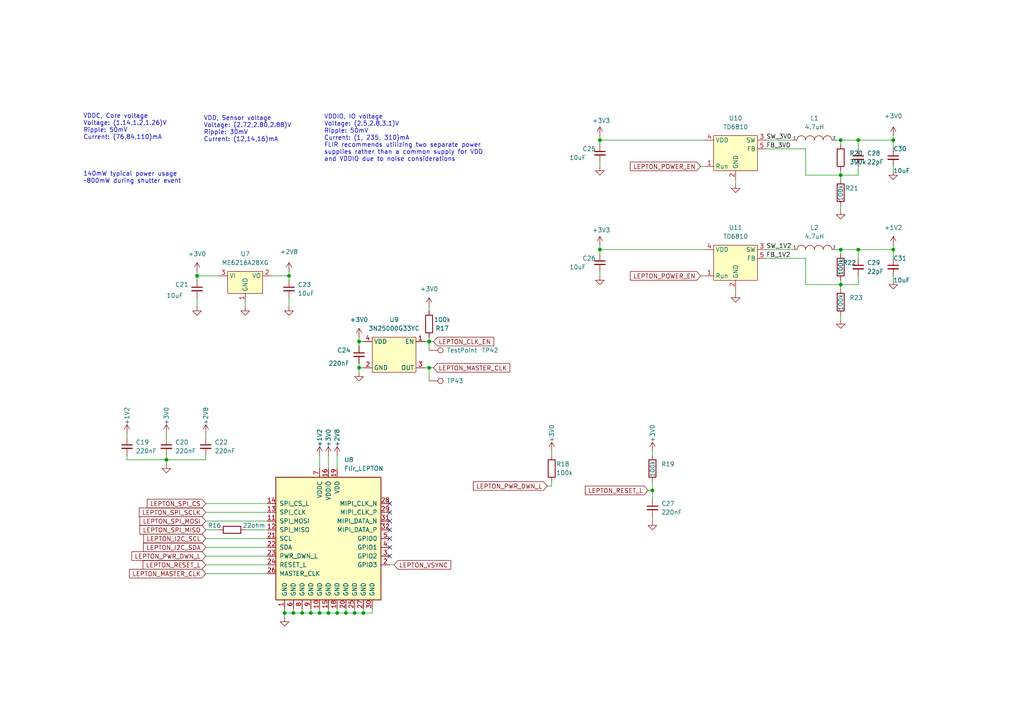
<source format=kicad_sch>
(kicad_sch (version 20230121) (generator eeschema)
  (paper "A4")
  (lib_symbols
    (symbol "Connector:TestPoint" (pin_numbers hide) (pin_names (offset 0.762) hide)
      (property "Reference" "TP" (at 0 6.858 0))
      (property "Value" "TestPoint" (at 0 5.08 0))
      (symbol "TestPoint_0_1"
        (circle (center 0 3.302) (radius 0.762))
      )
      (symbol "TestPoint_1_1"
        (pin passive line (at 0 0 90) (length 2.54) (name "1") (number "1"))
      )
    )
    (symbol "Device:C_Small" (pin_numbers hide) (pin_names (offset 0.254) hide)
      (property "Reference" "C" (at 0.254 1.778 0))
      (property "Value" "C_Small" (at 0.254 -2.032 0))
      (symbol "C_Small_0_1"
        (polyline (pts (xy -1.524 -0.508) (xy 1.524 -0.508)) (stroke (width 0.3302)))
        (polyline (pts (xy -1.524 0.508) (xy 1.524 0.508)) (stroke (width 0.3048)))
      )
      (symbol "C_Small_1_1"
        (pin passive line (at 0 2.54 270) (length 2.032) (name "~") (number "1"))
        (pin passive line (at 0 -2.54 90) (length 2.032) (name "~") (number "2"))
      )
    )
    (symbol "Device:R" (pin_numbers hide) (pin_names (offset 0))
      (property "Reference" "R" (at 2.032 0 90))
      (property "Value" "R" (at 0 0 90))
      (symbol "R_0_1"
        (rectangle (start -1.016 -2.54) (end 1.016 2.54) (stroke (width 0.254)))
      )
      (symbol "R_1_1"
        (pin passive line (at 0 3.81 270) (length 1.27) (name "~") (number "1"))
        (pin passive line (at 0 -3.81 90) (length 1.27) (name "~") (number "2"))
      )
    )
    (symbol "Sensor_Optical:Flir_LEPTON" (pin_names (offset 1.016))
      (property "Reference" "U" (at -15.24 21.59 0))
      (property "Value" "Flir_LEPTON" (at -15.24 19.05 0))
      (symbol "Flir_LEPTON_0_1"
        (rectangle (start -15.24 17.78) (end 15.24 -17.78) (stroke (width 0.254)) (fill (type background)))
      )
      (symbol "Flir_LEPTON_1_1"
        (pin power_in line (at -12.7 -20.32 90) (length 2.54) (name "GND") (number "1"))
        (pin power_in line (at -2.54 -20.32 90) (length 2.54) (name "GND") (number "10"))
        (pin input line (at -17.78 5.08 0) (length 2.54) (name "SPI_MOSI") (number "11"))
        (pin output line (at -17.78 2.54 0) (length 2.54) (name "SPI_MISO") (number "12"))
        (pin input line (at -17.78 7.62 0) (length 2.54) (name "SPI_CLK") (number "13"))
        (pin input line (at -17.78 10.16 0) (length 2.54) (name "SPI_CS_L") (number "14"))
        (pin power_in line (at 0 -20.32 90) (length 2.54) (name "GND") (number "15"))
        (pin power_in line (at 0 20.32 270) (length 2.54) (name "VDDIO") (number "16"))
        (pin no_connect line (at 17.78 -10.16 180) (length 2.54) hide (name "NC") (number "17"))
        (pin power_in line (at 2.54 -20.32 90) (length 2.54) (name "GND") (number "18"))
        (pin power_in line (at 2.54 20.32 270) (length 2.54) (name "VDD") (number "19"))
        (pin bidirectional line (at 17.78 -7.62 180) (length 2.54) (name "GPIO3") (number "2"))
        (pin power_in line (at 5.08 -20.32 90) (length 2.54) (name "GND") (number "20"))
        (pin input line (at -17.78 0 0) (length 2.54) (name "SCL") (number "21"))
        (pin bidirectional line (at -17.78 -2.54 0) (length 2.54) (name "SDA") (number "22"))
        (pin input line (at -17.78 -5.08 0) (length 2.54) (name "PWR_DWN_L") (number "23"))
        (pin input line (at -17.78 -7.62 0) (length 2.54) (name "RESET_L") (number "24"))
        (pin power_in line (at 7.62 -20.32 90) (length 2.54) (name "GND") (number "25"))
        (pin input line (at -17.78 -10.16 0) (length 2.54) (name "MASTER_CLK") (number "26"))
        (pin power_in line (at 10.16 -20.32 90) (length 2.54) (name "GND") (number "27"))
        (pin output line (at 17.78 10.16 180) (length 2.54) (name "MIPI_CLK_N") (number "28"))
        (pin output line (at 17.78 7.62 180) (length 2.54) (name "MIPI_CLK_P") (number "29"))
        (pin bidirectional line (at 17.78 -5.08 180) (length 2.54) (name "GPIO2") (number "3"))
        (pin power_in line (at 12.7 -20.32 90) (length 2.54) (name "GND") (number "30"))
        (pin output line (at 17.78 5.08 180) (length 2.54) (name "MIPI_DATA_N") (number "31"))
        (pin output line (at 17.78 2.54 180) (length 2.54) (name "MIPI_DATA_P") (number "32"))
        (pin bidirectional line (at 17.78 -2.54 180) (length 2.54) (name "GPIO1") (number "4"))
        (pin bidirectional line (at 17.78 0 180) (length 2.54) (name "GPIO0") (number "5"))
        (pin power_in line (at -10.16 -20.32 90) (length 2.54) (name "GND") (number "6"))
        (pin power_in line (at -2.54 20.32 270) (length 2.54) (name "VDDC") (number "7"))
        (pin power_in line (at -7.62 -20.32 90) (length 2.54) (name "GND") (number "8"))
        (pin power_in line (at -5.08 -20.32 90) (length 2.54) (name "GND") (number "9"))
      )
    )
    (symbol "cacophony-symbols:3N25000G33YC"
      (property "Reference" "U" (at 0 0 0))
      (property "Value" "3N25000G33YC" (at 0 7.62 0))
      (symbol "3N25000G33YC_0_1"
        (rectangle (start -6.35 3.81) (end 6.35 -6.35) (fill (type background)))
      )
      (symbol "3N25000G33YC_1_1"
        (pin input line (at 8.89 2.54 180) (length 2.54) (name "EN") (number "1"))
        (pin power_in line (at -8.89 -5.08 0) (length 2.54) (name "GND") (number "2"))
        (pin output line (at 8.89 -5.08 180) (length 2.54) (name "OUT") (number "3"))
        (pin power_in line (at -8.89 2.54 0) (length 2.54) (name "VDD") (number "4"))
      )
    )
    (symbol "cacophony-symbols:ME6216A28XG"
      (property "Reference" "U" (at 0 6.35 0))
      (property "Value" "ME6216A28XG" (at 0 3.81 0))
      (symbol "ME6216A28XG_0_1"
        (rectangle (start -5.08 2.54) (end 5.08 -3.81) (fill (type background)))
      )
      (symbol "ME6216A28XG_1_1"
        (pin power_in line (at 0 -6.35 90) (length 2.54) (name "GND") (number "1"))
        (pin power_out line (at 7.62 1.27 180) (length 2.54) (name "VO") (number "2"))
        (pin power_in line (at -7.62 1.27 0) (length 2.54) (name "VI") (number "3"))
      )
    )
    (symbol "cacophony-symbols:Power Inductor" (pin_numbers hide) (pin_names (offset 0))
      (property "Reference" "L" (at 0 2.54 0))
      (property "Value" "Power Inductor" (at 0 -1.27 0))
      (symbol "Power Inductor_0_1"
        (arc (start -2.54 0) (mid -3.81 1.2645) (end -5.08 0))
        (arc (start 0 0) (mid -1.27 1.2645) (end -2.54 0))
        (arc (start 2.54 0) (mid 1.27 1.2645) (end 0 0))
        (arc (start 5.08 0) (mid 3.81 1.2645) (end 2.54 0))
      )
      (symbol "Power Inductor_1_1"
        (pin power_in line (at -6.35 0 0) (length 1.27) (name "1") (number "1"))
        (pin power_out line (at 6.35 0 180) (length 1.27) (name "2") (number "2"))
      )
    )
    (symbol "cacophony-symbols:TD6810"
      (property "Reference" "U" (at 0 5.08 0))
      (property "Value" "TD6810" (at 0 -2.54 0))
      (symbol "TD6810_0_1"
        (rectangle (start -6.35 1.27) (end 6.35 -8.89) (fill (type background)))
      )
      (symbol "TD6810_1_1"
        (pin input line (at -8.89 -7.62 0) (length 2.54) (name "Run") (number "1"))
        (pin power_in line (at 0 -11.43 90) (length 2.54) (name "GND") (number "2"))
        (pin power_out line (at 8.89 0 180) (length 2.54) (name "SW") (number "3"))
        (pin power_in line (at -8.89 0 0) (length 2.54) (name "VDD") (number "4"))
        (pin input line (at 8.89 -2.54 180) (length 2.54) (name "FB") (number "5"))
      )
    )
    (symbol "power:+1V2" (power) (pin_names (offset 0))
      (property "Value" "+1V2" (at 0 3.556 0))
      (symbol "+1V2_0_1"
        (polyline (pts (xy -0.762 1.27) (xy 0 2.54)))
        (polyline (pts (xy 0 0) (xy 0 2.54)))
        (polyline (pts (xy 0 2.54) (xy 0.762 1.27)))
      )
      (symbol "+1V2_1_1"
        (pin power_in line (at 0 0 90) (length 0) hide (name "+1V2") (number "1"))
      )
    )
    (symbol "power:+2V8" (power) (pin_names (offset 0))
      (property "Value" "+2V8" (at 0 3.556 0))
      (symbol "+2V8_0_1"
        (polyline (pts (xy -0.762 1.27) (xy 0 2.54)))
        (polyline (pts (xy 0 0) (xy 0 2.54)))
        (polyline (pts (xy 0 2.54) (xy 0.762 1.27)))
      )
      (symbol "+2V8_1_1"
        (pin power_in line (at 0 0 90) (length 0) hide (name "+2V8") (number "1"))
      )
    )
    (symbol "power:+3V0" (power) (pin_names (offset 0))
      (property "Value" "+3V0" (at 0 3.556 0))
      (symbol "+3V0_0_1"
        (polyline (pts (xy -0.762 1.27) (xy 0 2.54)))
        (polyline (pts (xy 0 0) (xy 0 2.54)))
        (polyline (pts (xy 0 2.54) (xy 0.762 1.27)))
      )
      (symbol "+3V0_1_1"
        (pin power_in line (at 0 0 90) (length 0) hide (name "+3V0") (number "1"))
      )
    )
    (symbol "power:+3V3" (power) (pin_names (offset 0))
      (property "Value" "+3V3" (at 0 3.556 0))
      (symbol "+3V3_0_1"
        (polyline (pts (xy -0.762 1.27) (xy 0 2.54)))
        (polyline (pts (xy 0 0) (xy 0 2.54)))
        (polyline (pts (xy 0 2.54) (xy 0.762 1.27)))
      )
      (symbol "+3V3_1_1"
        (pin power_in line (at 0 0 90) (length 0) hide (name "+3V3") (number "1"))
      )
    )
    (symbol "power:GND" (power) (pin_names (offset 0))
      (property "Value" "GND" (at 0 -3.81 0))
      (symbol "GND_0_1"
        (polyline (pts (xy 0 0) (xy 0 -1.27) (xy 1.27 -1.27) (xy 0 -2.54) (xy -1.27 -1.27) (xy 0 -1.27)))
      )
      (symbol "GND_1_1"
        (pin power_in line (at 0 0 270) (length 0) hide (name "GND") (number "1"))
      )
    )
  )
  (junction (at 95.25 177.8))
  (junction (at 90.17 177.8))
  (junction (at 97.79 177.8))
  (junction (at 243.84 40.64))
  (junction (at 173.99 40.64))
  (junction (at 124.46 99.06))
  (junction (at 104.14 106.68))
  (junction (at 105.41 177.8))
  (junction (at 57.15 80.01))
  (junction (at 102.87 177.8))
  (junction (at 87.63 177.8))
  (junction (at 48.26 133.35))
  (junction (at 124.46 106.68))
  (junction (at 85.09 177.8))
  (junction (at 104.14 99.06))
  (junction (at 259.08 40.64))
  (junction (at 189.23 142.24))
  (junction (at 243.84 50.8))
  (junction (at 92.71 177.8))
  (junction (at 248.92 72.39))
  (junction (at 173.99 72.39))
  (junction (at 243.84 72.39))
  (junction (at 83.82 80.01))
  (junction (at 100.33 177.8))
  (junction (at 82.55 177.8))
  (junction (at 259.08 72.39))
  (junction (at 243.84 82.55))
  (junction (at 248.92 40.64))
  (no_connect (at 113.03 146.05))
  (no_connect (at 113.03 148.59))
  (no_connect (at 113.03 151.13))
  (no_connect (at 113.03 153.67))
  (no_connect (at 113.03 156.21))
  (no_connect (at 113.03 161.29))
  (no_connect (at 113.03 158.75))
  (wire (pts (xy 100.33 177.8) (xy 102.87 177.8)))
  (wire (pts (xy 57.15 78.74) (xy 57.15 80.01)))
  (wire (pts (xy 187.96 142.24) (xy 189.23 142.24)))
  (wire (pts (xy 105.41 177.8) (xy 105.41 176.53)))
  (wire (pts (xy 259.08 71.12) (xy 259.08 72.39)))
  (wire (pts (xy 104.14 97.79) (xy 104.14 99.06)))
  (wire (pts (xy 59.69 146.05) (xy 77.47 146.05)))
  (wire (pts (xy 259.08 48.26) (xy 259.08 49.53)))
  (wire (pts (xy 173.99 40.64) (xy 204.47 40.64)))
  (wire (pts (xy 233.68 82.55) (xy 233.68 74.93)))
  (wire (pts (xy 160.02 130.81) (xy 160.02 132.08)))
  (wire (pts (xy 48.26 132.08) (xy 48.26 133.35)))
  (wire (pts (xy 113.03 163.83) (xy 114.3 163.83)))
  (wire (pts (xy 243.84 50.8) (xy 243.84 52.07)))
  (wire (pts (xy 36.83 132.08) (xy 36.83 133.35)))
  (wire (pts (xy 248.92 48.26) (xy 248.92 50.8)))
  (wire (pts (xy 36.83 133.35) (xy 48.26 133.35)))
  (wire (pts (xy 243.84 82.55) (xy 233.68 82.55)))
  (wire (pts (xy 102.87 177.8) (xy 102.87 176.53)))
  (wire (pts (xy 82.55 177.8) (xy 82.55 176.53)))
  (wire (pts (xy 248.92 50.8) (xy 243.84 50.8)))
  (wire (pts (xy 189.23 149.86) (xy 189.23 151.13)))
  (wire (pts (xy 82.55 177.8) (xy 85.09 177.8)))
  (wire (pts (xy 83.82 80.01) (xy 83.82 78.74)))
  (wire (pts (xy 248.92 72.39) (xy 248.92 74.93)))
  (wire (pts (xy 95.25 177.8) (xy 95.25 176.53)))
  (wire (pts (xy 90.17 177.8) (xy 92.71 177.8)))
  (wire (pts (xy 59.69 148.59) (xy 77.47 148.59)))
  (wire (pts (xy 57.15 86.36) (xy 57.15 88.9)))
  (wire (pts (xy 59.69 158.75) (xy 77.47 158.75)))
  (wire (pts (xy 85.09 177.8) (xy 87.63 177.8)))
  (wire (pts (xy 48.26 133.35) (xy 48.26 134.62)))
  (wire (pts (xy 243.84 72.39) (xy 243.84 73.66)))
  (wire (pts (xy 48.26 133.35) (xy 59.69 133.35)))
  (wire (pts (xy 59.69 151.13) (xy 77.47 151.13)))
  (wire (pts (xy 242.57 72.39) (xy 243.84 72.39)))
  (wire (pts (xy 173.99 39.37) (xy 173.99 40.64)))
  (wire (pts (xy 59.69 163.83) (xy 77.47 163.83)))
  (wire (pts (xy 243.84 72.39) (xy 248.92 72.39)))
  (wire (pts (xy 259.08 40.64) (xy 259.08 43.18)))
  (wire (pts (xy 78.74 80.01) (xy 83.82 80.01)))
  (wire (pts (xy 95.25 132.08) (xy 95.25 135.89)))
  (wire (pts (xy 233.68 74.93) (xy 222.25 74.93)))
  (wire (pts (xy 83.82 80.01) (xy 83.82 81.28)))
  (wire (pts (xy 57.15 80.01) (xy 63.5 80.01)))
  (wire (pts (xy 107.95 177.8) (xy 107.95 176.53)))
  (wire (pts (xy 123.19 106.68) (xy 124.46 106.68)))
  (wire (pts (xy 248.92 40.64) (xy 259.08 40.64)))
  (wire (pts (xy 189.23 142.24) (xy 189.23 144.78)))
  (wire (pts (xy 242.57 40.64) (xy 243.84 40.64)))
  (wire (pts (xy 203.2 48.26) (xy 204.47 48.26)))
  (wire (pts (xy 48.26 125.73) (xy 48.26 127)))
  (wire (pts (xy 90.17 177.8) (xy 90.17 176.53)))
  (wire (pts (xy 100.33 177.8) (xy 100.33 176.53)))
  (wire (pts (xy 124.46 97.79) (xy 124.46 99.06)))
  (wire (pts (xy 173.99 78.74) (xy 173.99 80.01)))
  (wire (pts (xy 243.84 40.64) (xy 248.92 40.64)))
  (wire (pts (xy 92.71 177.8) (xy 95.25 177.8)))
  (wire (pts (xy 189.23 139.7) (xy 189.23 142.24)))
  (wire (pts (xy 248.92 40.64) (xy 248.92 43.18)))
  (wire (pts (xy 189.23 130.81) (xy 189.23 132.08)))
  (wire (pts (xy 173.99 72.39) (xy 204.47 72.39)))
  (wire (pts (xy 124.46 99.06) (xy 125.73 99.06)))
  (wire (pts (xy 97.79 177.8) (xy 100.33 177.8)))
  (wire (pts (xy 213.36 83.82) (xy 213.36 85.09)))
  (wire (pts (xy 97.79 132.08) (xy 97.79 135.89)))
  (wire (pts (xy 160.02 140.97) (xy 158.75 140.97)))
  (wire (pts (xy 222.25 40.64) (xy 229.87 40.64)))
  (wire (pts (xy 59.69 153.67) (xy 63.5 153.67)))
  (wire (pts (xy 57.15 81.28) (xy 57.15 80.01)))
  (wire (pts (xy 203.2 80.01) (xy 204.47 80.01)))
  (wire (pts (xy 243.84 59.69) (xy 243.84 60.96)))
  (wire (pts (xy 59.69 125.73) (xy 59.69 127)))
  (wire (pts (xy 95.25 177.8) (xy 97.79 177.8)))
  (wire (pts (xy 92.71 177.8) (xy 92.71 176.53)))
  (wire (pts (xy 82.55 177.8) (xy 82.55 179.07)))
  (wire (pts (xy 173.99 72.39) (xy 173.99 73.66)))
  (wire (pts (xy 160.02 139.7) (xy 160.02 140.97)))
  (wire (pts (xy 233.68 50.8) (xy 233.68 43.18)))
  (wire (pts (xy 259.08 72.39) (xy 259.08 74.93)))
  (wire (pts (xy 104.14 106.68) (xy 105.41 106.68)))
  (wire (pts (xy 248.92 80.01) (xy 248.92 82.55)))
  (wire (pts (xy 248.92 82.55) (xy 243.84 82.55)))
  (wire (pts (xy 124.46 99.06) (xy 124.46 101.6)))
  (wire (pts (xy 243.84 40.64) (xy 243.84 41.91)))
  (wire (pts (xy 83.82 86.36) (xy 83.82 88.9)))
  (wire (pts (xy 259.08 80.01) (xy 259.08 81.28)))
  (wire (pts (xy 36.83 125.73) (xy 36.83 127)))
  (wire (pts (xy 243.84 82.55) (xy 243.84 83.82)))
  (wire (pts (xy 248.92 72.39) (xy 259.08 72.39)))
  (wire (pts (xy 104.14 105.41) (xy 104.14 106.68)))
  (wire (pts (xy 105.41 177.8) (xy 107.95 177.8)))
  (wire (pts (xy 213.36 52.07) (xy 213.36 53.34)))
  (wire (pts (xy 124.46 88.9) (xy 124.46 90.17)))
  (wire (pts (xy 97.79 177.8) (xy 97.79 176.53)))
  (wire (pts (xy 59.69 161.29) (xy 77.47 161.29)))
  (wire (pts (xy 233.68 43.18) (xy 222.25 43.18)))
  (wire (pts (xy 243.84 50.8) (xy 233.68 50.8)))
  (wire (pts (xy 124.46 106.68) (xy 125.73 106.68)))
  (wire (pts (xy 71.12 87.63) (xy 71.12 88.9)))
  (wire (pts (xy 173.99 40.64) (xy 173.99 41.91)))
  (wire (pts (xy 173.99 71.12) (xy 173.99 72.39)))
  (wire (pts (xy 87.63 177.8) (xy 87.63 176.53)))
  (wire (pts (xy 92.71 132.08) (xy 92.71 135.89)))
  (wire (pts (xy 59.69 156.21) (xy 77.47 156.21)))
  (wire (pts (xy 59.69 166.37) (xy 77.47 166.37)))
  (wire (pts (xy 243.84 49.53) (xy 243.84 50.8)))
  (wire (pts (xy 59.69 133.35) (xy 59.69 132.08)))
  (wire (pts (xy 259.08 39.37) (xy 259.08 40.64)))
  (wire (pts (xy 243.84 81.28) (xy 243.84 82.55)))
  (wire (pts (xy 173.99 46.99) (xy 173.99 48.26)))
  (wire (pts (xy 102.87 177.8) (xy 105.41 177.8)))
  (wire (pts (xy 123.19 99.06) (xy 124.46 99.06)))
  (wire (pts (xy 87.63 177.8) (xy 90.17 177.8)))
  (wire (pts (xy 222.25 72.39) (xy 229.87 72.39)))
  (wire (pts (xy 71.12 153.67) (xy 77.47 153.67)))
  (wire (pts (xy 243.84 91.44) (xy 243.84 92.71)))
  (wire (pts (xy 85.09 177.8) (xy 85.09 176.53)))
  (wire (pts (xy 104.14 99.06) (xy 105.41 99.06)))
  (wire (pts (xy 104.14 106.68) (xy 104.14 107.95)))
  (wire (pts (xy 124.46 106.68) (xy 124.46 110.49)))
  (wire (pts (xy 104.14 99.06) (xy 104.14 100.33)))
  (text "140mW typical power usage\n~800mW during shutter event" (at 24.13 53.34 0) (effects (font (size 1.27 1.27)) (justify left bottom)))
  (text "VDDC, Core voltage\nVoltage: (1.14,1.2,1.26)V\nRipple: 50mV\nCurrent: (76,84,110)mA" (at 24.13 40.64 0) (effects (font (size 1.27 1.27)) (justify left bottom)))
  (text "VDD, Sensor voltage\nVoltage: (2.72,2.80,2.88)V\nRipple: 30mV\nCurrent: (12,14,16)mA\n" (at 59.055 41.275 0) (effects (font (size 1.27 1.27)) (justify left bottom)))
  (text "VDDIO, IO voltage\nVoltage: (2.5,2.8,3.1)V\nRipple: 50mV\nCurrent: (1, 235, 310)mA\nFLIR recommends utilizing two separate power \nsupplies rather than a common supply for VDD \nand VDDIO due to noise considerations\n" (at 93.98 46.99 0) (effects (font (size 1.27 1.27)) (justify left bottom)))
  (label "FB_3V0" (at 222.25 43.18 0))
  (label "SW_1V2" (at 222.25 72.39 0))
  (label "FB_1V2" (at 222.25 74.93 0))
  (label "SW_3V0" (at 222.25 40.64 0))
  (global_label "LEPTON_PWR_DWN_L" (shape input) (at 158.75 140.97 180) (property "Intersheetrefs" "${INTERSHEET_REFS}" (effects hide)))
  (global_label "LEPTON_CLK_EN" (shape input) (at 125.73 99.06 0) (property "Intersheetrefs" "${INTERSHEET_REFS}" (effects hide)))
  (global_label "LEPTON_I2C_SDA" (shape input) (at 59.69 158.75 180) (property "Intersheetrefs" "${INTERSHEET_REFS}" (effects hide)))
  (global_label "LEPTON_SPI_MOSI" (shape input) (at 59.69 151.13 180) (property "Intersheetrefs" "${INTERSHEET_REFS}" (effects hide)))
  (global_label "LEPTON_I2C_SCL" (shape input) (at 59.69 156.21 180) (property "Intersheetrefs" "${INTERSHEET_REFS}" (effects hide)))
  (global_label "LEPTON_PWR_DWN_L" (shape input) (at 59.69 161.29 180) (property "Intersheetrefs" "${INTERSHEET_REFS}" (effects hide)))
  (global_label "LEPTON_MASTER_CLK" (shape input) (at 125.73 106.68 0) (property "Intersheetrefs" "${INTERSHEET_REFS}" (effects hide)))
  (global_label "LEPTON_RESET_L" (shape input) (at 59.69 163.83 180) (property "Intersheetrefs" "${INTERSHEET_REFS}" (effects hide)))
  (global_label "LEPTON_SPI_MISO" (shape input) (at 59.69 153.67 180) (property "Intersheetrefs" "${INTERSHEET_REFS}" (effects hide)))
  (global_label "LEPTON_RESET_L" (shape input) (at 187.96 142.24 180) (property "Intersheetrefs" "${INTERSHEET_REFS}" (effects hide)))
  (global_label "LEPTON_SPI_SCLK" (shape input) (at 59.69 148.59 180) (property "Intersheetrefs" "${INTERSHEET_REFS}" (effects hide)))
  (global_label "LEPTON_SPI_CS" (shape input) (at 59.69 146.05 180) (property "Intersheetrefs" "${INTERSHEET_REFS}" (effects hide)))
  (global_label "LEPTON_POWER_EN" (shape input) (at 203.2 80.01 180) (property "Intersheetrefs" "${INTERSHEET_REFS}" (effects hide)))
  (global_label "LEPTON_MASTER_CLK" (shape input) (at 59.69 166.37 180) (property "Intersheetrefs" "${INTERSHEET_REFS}" (effects hide)))
  (global_label "LEPTON_VSYNC" (shape input) (at 114.3 163.83 0) (property "Intersheetrefs" "${INTERSHEET_REFS}" (effects hide)))
  (global_label "LEPTON_POWER_EN" (shape input) (at 203.2 48.26 180) (property "Intersheetrefs" "${INTERSHEET_REFS}" (effects hide)))
  (symbol (lib_id "Device:R") (at 160.02 135.89 0) (unit 1)
    (property "Reference" "R18" (at 161.29 134.62 0) (effects (justify left)))
    (property "Value" "100k" (at 161.29 137.16 0) (effects (justify left)))
    (property "Footprint" "Resistor_SMD:R_0402_1005Metric" (effects hide))
    (property "LCSC" "C25741" (effects hide))
  )
  (symbol (lib_id "power:+3V3") (at 173.99 71.12 0) (unit 1)
    (property "Reference" "#PWR060" (effects hide))
    (property "Value" "+3V3" (at 174.371 66.7258 0))
  )
  (symbol (lib_id "power:GND") (at 243.84 92.71 0) (unit 1)
    (property "Reference" "#PWR067" (effects hide))
    (property "Value" "GND" (effects hide))
  )
  (symbol (lib_id "power:+3V3") (at 173.99 39.37 0) (unit 1)
    (property "Reference" "#PWR058" (effects hide))
    (property "Value" "+3V3" (at 174.371 34.9758 0))
  )
  (symbol (lib_id "power:+2V8") (at 97.79 132.08 0) (unit 1)
    (property "Reference" "#PWR053" (effects hide))
    (property "Value" "+2V8" (at 97.79 127 90))
  )
  (symbol (lib_id "power:+2V8") (at 59.69 125.73 0) (unit 1)
    (property "Reference" "#PWR046" (effects hide))
    (property "Value" "+2V8" (at 59.69 120.65 90))
  )
  (symbol (lib_id "Device:C_Small") (at 57.15 83.82 0) (unit 1)
    (property "Reference" "C21" (at 50.8 82.55 0) (effects (justify left)))
    (property "Value" "10uF" (at 48.26 85.725 0) (effects (justify left)))
    (property "Footprint" "Capacitor_SMD:C_0603_1608Metric" (effects hide))
    (property "LCSC" "C19702" (effects hide))
  )
  (symbol (lib_id "power:GND") (at 259.08 81.28 0) (unit 1)
    (property "Reference" "#PWR071" (effects hide))
    (property "Value" "GND" (effects hide))
  )
  (symbol (lib_id "power:+3V0") (at 48.26 125.73 0) (unit 1)
    (property "Reference" "#PWR042" (effects hide))
    (property "Value" "+3V0" (at 48.26 120.65 90))
  )
  (symbol (lib_id "power:+3V0") (at 104.14 97.79 0) (unit 1)
    (property "Reference" "#PWR054" (effects hide))
    (property "Value" "+3V0" (at 104.14 92.71 0))
  )
  (symbol (lib_id "Device:C_Small") (at 259.08 77.47 0) (unit 1)
    (property "Reference" "C31" (at 259.08 74.93 0) (effects (justify left)))
    (property "Value" "10uF" (at 259.08 81.28 0) (effects (justify left)))
    (property "Footprint" "Capacitor_SMD:C_0603_1608Metric" (effects hide))
    (property "LCSC" "C19702" (effects hide))
  )
  (symbol (lib_id "power:+3V0") (at 57.15 78.74 0) (unit 1)
    (property "Reference" "#PWR044" (effects hide))
    (property "Value" "+3V0" (at 57.15 73.66 0))
  )
  (symbol (lib_id "Device:C_Small") (at 48.26 129.54 0) (unit 1)
    (property "Reference" "C20" (at 50.8 128.2762 0) (effects (justify left)))
    (property "Value" "220nF" (at 50.8 130.8162 0) (effects (justify left)))
    (property "Footprint" "Capacitor_SMD:C_0402_1005Metric" (effects hide))
    (property "LCSC" "C16772" (effects hide))
  )
  (symbol (lib_id "Connector:TestPoint") (at 124.46 110.49 270) (unit 1) (in_bom no)
    (property "Reference" "TP43" (at 129.54 110.49 90) (effects (justify left)))
    (property "Value" "TestPoint" (effects hide))
    (property "Footprint" "cacophony-library:TP" (effects hide))
  )
  (symbol (lib_id "power:+1V2") (at 92.71 132.08 0) (unit 1)
    (property "Reference" "#PWR051" (effects hide))
    (property "Value" "+1V2" (at 92.71 127 90))
  )
  (symbol (lib_id "power:GND") (at 82.55 179.07 0) (unit 1)
    (property "Reference" "#PWR048" (effects hide))
    (property "Value" "GND" (effects hide))
  )
  (symbol (lib_id "Device:C_Small") (at 173.99 44.45 0) (unit 1)
    (property "Reference" "C25" (at 168.91 43.18 0) (effects (justify left)))
    (property "Value" "10uF" (at 165.1 45.72 0) (effects (justify left)))
    (property "Footprint" "Capacitor_SMD:C_0603_1608Metric" (effects hide))
    (property "LCSC" "C19702" (effects hide))
  )
  (symbol (lib_id "power:GND") (at 57.15 88.9 0) (unit 1)
    (property "Reference" "#PWR045" (effects hide))
    (property "Value" "GND" (effects hide))
  )
  (symbol (lib_id "power:+3V0") (at 259.08 39.37 0) (unit 1)
    (property "Reference" "#PWR068" (effects hide))
    (property "Value" "+3V0" (at 259.08 33.655 0))
  )
  (symbol (lib_id "Device:C_Small") (at 104.14 102.87 0) (unit 1)
    (property "Reference" "C24" (at 97.79 101.6 0) (effects (justify left)))
    (property "Value" "220nF" (at 95.25 105.41 0) (effects (justify left)))
    (property "Footprint" "Capacitor_SMD:C_0402_1005Metric" (effects hide))
    (property "LCSC" "C16772" (effects hide))
  )
  (symbol (lib_id "power:GND") (at 71.12 88.9 0) (unit 1)
    (property "Reference" "#PWR047" (effects hide))
    (property "Value" "GND" (effects hide))
  )
  (symbol (lib_id "power:GND") (at 189.23 151.13 0) (unit 1)
    (property "Reference" "#PWR063" (effects hide))
    (property "Value" "GND" (effects hide))
  )
  (symbol (lib_id "power:GND") (at 243.84 60.96 0) (unit 1)
    (property "Reference" "#PWR066" (effects hide))
    (property "Value" "GND" (effects hide))
  )
  (symbol (lib_id "Device:R") (at 243.84 77.47 180) (unit 1)
    (property "Reference" "R22" (at 246.38 76.2 0))
    (property "Value" "100k" (at 243.84 77.47 90))
    (property "Footprint" "Resistor_SMD:R_0402_1005Metric" (effects hide))
    (property "LCSC" "C25741" (effects hide))
  )
  (symbol (lib_id "power:GND") (at 213.36 53.34 0) (unit 1)
    (property "Reference" "#PWR064" (effects hide))
    (property "Value" "GND" (effects hide))
  )
  (symbol (lib_id "Device:C_Small") (at 83.82 83.82 0) (unit 1)
    (property "Reference" "C23" (at 86.36 82.5562 0) (effects (justify left)))
    (property "Value" "10uF" (at 86.36 85.0962 0) (effects (justify left)))
    (property "Footprint" "Capacitor_SMD:C_0603_1608Metric" (effects hide))
    (property "LCSC" "C19702" (effects hide))
  )
  (symbol (lib_id "Device:R") (at 189.23 135.89 0) (unit 1)
    (property "Reference" "R19" (at 191.77 134.6199 0) (effects (justify left)))
    (property "Value" "100k" (at 189.23 138.43 90) (effects (justify left)))
    (property "Footprint" "Resistor_SMD:R_0402_1005Metric" (effects hide))
    (property "LCSC" "C25741" (effects hide))
  )
  (symbol (lib_id "power:+1V2") (at 259.08 71.12 0) (unit 1)
    (property "Reference" "#PWR070" (effects hide))
    (property "Value" "+1V2" (at 259.08 66.04 0))
  )
  (symbol (lib_id "cacophony-symbols:3N25000G33YC") (at 114.3 101.6 0) (unit 1)
    (property "Reference" "U9" (at 114.3 92.71 0))
    (property "Value" "3N25000G33YC" (at 114.3 95.25 0))
    (property "Footprint" "Oscillator:Oscillator_SMD_Abracon_ASE-4Pin_3.2x2.5mm" (effects hide))
    (property "Datasheet" "https://datasheet.lcsc.com/lcsc/1810271633_SJK-SHENZHEN-CRYSTAL-TECH-3N25000G33YC_C252341.pdf" (effects hide))
    (property "LCSC" "C252341" (effects hide))
    (property "JLCPCB" "C252341" (effects hide))
  )
  (symbol (lib_id "Device:R") (at 243.84 55.88 0) (unit 1)
    (property "Reference" "R21" (at 245.11 54.61 0) (effects (justify left)))
    (property "Value" "100k" (at 243.84 58.42 90) (effects (justify left)))
    (property "Footprint" "Resistor_SMD:R_0402_1005Metric" (effects hide))
    (property "LCSC" "C25741" (effects hide))
  )
  (symbol (lib_id "power:GND") (at 259.08 49.53 0) (unit 1)
    (property "Reference" "#PWR069" (effects hide))
    (property "Value" "GND" (effects hide))
  )
  (symbol (lib_id "cacophony-symbols:Power Inductor") (at 236.22 40.64 0) (unit 1)
    (property "Reference" "L1" (at 236.22 34.29 0))
    (property "Value" "4.7uH" (at 236.22 36.83 0))
    (property "Footprint" "cacophony-library:IND-SMD_L4.0-W4.0_SWPA4018S" (effects hide))
    (property "LCSC" "C354574" (effects hide))
  )
  (symbol (lib_id "power:GND") (at 104.14 107.95 0) (unit 1)
    (property "Reference" "#PWR055" (effects hide))
    (property "Value" "GND" (effects hide))
  )
  (symbol (lib_id "Device:C_Small") (at 259.08 45.72 0) (unit 1)
    (property "Reference" "C30" (at 259.08 43.18 0) (effects (justify left)))
    (property "Value" "10uF" (at 259.08 49.53 0) (effects (justify left)))
    (property "Footprint" "Capacitor_SMD:C_0603_1608Metric" (effects hide))
    (property "LCSC" "C19702" (effects hide))
  )
  (symbol (lib_id "Device:C_Small") (at 59.69 129.54 0) (unit 1)
    (property "Reference" "C22" (at 62.23 128.2762 0) (effects (justify left)))
    (property "Value" "220nF" (at 62.23 130.8162 0) (effects (justify left)))
    (property "Footprint" "Capacitor_SMD:C_0402_1005Metric" (effects hide))
    (property "LCSC" "C16772" (effects hide))
  )
  (symbol (lib_id "cacophony-symbols:TD6810") (at 213.36 40.64 0) (unit 1)
    (property "Reference" "U10" (at 213.36 34.29 0))
    (property "Value" "TD6810" (at 213.36 36.83 0))
    (property "Footprint" "Package_TO_SOT_SMD:TSOT-23-5" (effects hide))
    (property "Datasheet" "https://datasheet.lcsc.com/lcsc/1810182213_Techcode-Semicon-TD6810_C16510.pdf" (effects hide))
    (property "LCSC" "C16510" (effects hide))
    (property "JLCPCB" "C16510" (effects hide))
  )
  (symbol (lib_id "Device:R") (at 67.31 153.67 90) (unit 1)
    (property "Reference" "R16" (at 62.23 152.4 90))
    (property "Value" "22ohm" (at 73.66 152.4 90))
    (property "Footprint" "Resistor_SMD:R_0402_1005Metric" (effects hide))
    (property "LCSC" "C25092" (effects hide))
  )
  (symbol (lib_id "power:+3V0") (at 95.25 132.08 0) (unit 1)
    (property "Reference" "#PWR052" (effects hide))
    (property "Value" "+3V0" (at 95.25 127 90))
  )
  (symbol (lib_id "power:+3V0") (at 160.02 130.81 0) (unit 1)
    (property "Reference" "#PWR057" (effects hide))
    (property "Value" "+3V0" (at 160.02 125.73 90))
  )
  (symbol (lib_id "Device:C_Small") (at 248.92 45.72 0) (unit 1)
    (property "Reference" "C28" (at 251.46 44.4562 0) (effects (justify left)))
    (property "Value" "22pF" (at 251.46 46.9962 0) (effects (justify left)))
    (property "Footprint" "Capacitor_SMD:C_0402_1005Metric" (effects hide))
    (property "LCSC" "C1555" (effects hide))
  )
  (symbol (lib_id "power:+3V0") (at 189.23 130.81 0) (unit 1)
    (property "Reference" "#PWR062" (effects hide))
    (property "Value" "+3V0" (at 189.23 125.73 90))
  )
  (symbol (lib_id "Sensor_Optical:Flir_LEPTON") (at 95.25 156.21 0) (unit 1)
    (property "Reference" "U8" (at 99.8094 133.35 0) (effects (justify left)))
    (property "Value" "Flir_LEPTON" (at 99.8094 135.89 0) (effects (justify left)))
    (property "Footprint" "cacophony-footprints:MOLEX_105028-1001" (effects hide))
    (property "Datasheet" "https://cdn.sparkfun.com/datasheets/Sensors/Infrared/FLIR_Lepton_Data_Brief.pdf" (effects hide))
    (property "MPN" "1050281001" (effects hide))
    (property "LCSC" "C585422" (effects hide))
  )
  (symbol (lib_id "Device:R") (at 243.84 87.63 0) (unit 1)
    (property "Reference" "R23" (at 246.38 86.3599 0) (effects (justify left)))
    (property "Value" "100k" (at 243.84 90.17 90) (effects (justify left)))
    (property "Footprint" "Resistor_SMD:R_0402_1005Metric" (effects hide))
    (property "LCSC" "C25741" (effects hide))
  )
  (symbol (lib_id "power:+1V2") (at 36.83 125.73 0) (unit 1)
    (property "Reference" "#PWR041" (effects hide))
    (property "Value" "+1V2" (at 36.83 120.65 90))
  )
  (symbol (lib_id "power:GND") (at 173.99 48.26 0) (unit 1)
    (property "Reference" "#PWR059" (effects hide))
    (property "Value" "GND" (effects hide))
  )
  (symbol (lib_id "Device:C_Small") (at 189.23 147.32 0) (unit 1)
    (property "Reference" "C27" (at 191.77 146.0562 0) (effects (justify left)))
    (property "Value" "220nF" (at 191.77 148.5962 0) (effects (justify left)))
    (property "Footprint" "Capacitor_SMD:C_0402_1005Metric" (effects hide))
    (property "LCSC" "C16772" (effects hide))
  )
  (symbol (lib_id "cacophony-symbols:Power Inductor") (at 236.22 72.39 0) (unit 1)
    (property "Reference" "L2" (at 236.22 66.04 0))
    (property "Value" "4.7uH" (at 236.22 68.58 0))
    (property "Footprint" "cacophony-library:IND-SMD_L4.0-W4.0_SWPA4018S" (effects hide))
    (property "LCSC" "C354574" (effects hide))
  )
  (symbol (lib_id "power:GND") (at 213.36 85.09 0) (unit 1)
    (property "Reference" "#PWR065" (effects hide))
    (property "Value" "GND" (effects hide))
  )
  (symbol (lib_id "Connector:TestPoint") (at 124.46 101.6 270) (unit 1)
    (property "Reference" "TP42" (at 139.7 101.6 90) (effects (justify left)))
    (property "Value" "TestPoint" (at 129.54 101.6 90) (effects (justify left)))
    (property "Footprint" "cacophony-library:TP" (effects hide))
  )
  (symbol (lib_id "power:GND") (at 48.26 134.62 0) (unit 1)
    (property "Reference" "#PWR043" (effects hide))
    (property "Value" "GND" (effects hide))
  )
  (symbol (lib_id "power:+2V8") (at 83.82 78.74 0) (unit 1)
    (property "Reference" "#PWR049" (effects hide))
    (property "Value" "+2V8" (at 83.82 73.025 0))
  )
  (symbol (lib_id "Device:C_Small") (at 36.83 129.54 0) (unit 1)
    (property "Reference" "C19" (at 39.37 128.2762 0) (effects (justify left)))
    (property "Value" "220nF" (at 39.37 130.8162 0) (effects (justify left)))
    (property "Footprint" "Capacitor_SMD:C_0402_1005Metric" (effects hide))
    (property "LCSC" "C16772" (effects hide))
  )
  (symbol (lib_id "Device:C_Small") (at 248.92 77.47 0) (unit 1)
    (property "Reference" "C29" (at 251.46 76.2062 0) (effects (justify left)))
    (property "Value" "22pF" (at 251.46 78.7462 0) (effects (justify left)))
    (property "Footprint" "Capacitor_SMD:C_0402_1005Metric" (effects hide))
    (property "LCSC" "C1555" (effects hide))
  )
  (symbol (lib_id "Device:C_Small") (at 173.99 76.2 0) (unit 1)
    (property "Reference" "C26" (at 168.91 74.93 0) (effects (justify left)))
    (property "Value" "10uF" (at 165.1 77.47 0) (effects (justify left)))
    (property "Footprint" "Capacitor_SMD:C_0603_1608Metric" (effects hide))
    (property "LCSC" "C19702" (effects hide))
  )
  (symbol (lib_id "power:GND") (at 173.99 80.01 0) (unit 1)
    (property "Reference" "#PWR061" (effects hide))
    (property "Value" "GND" (effects hide))
  )
  (symbol (lib_id "power:+3V0") (at 124.46 88.9 0) (unit 1)
    (property "Reference" "#PWR056" (effects hide))
    (property "Value" "+3V0" (at 124.46 83.82 0))
  )
  (symbol (lib_id "cacophony-symbols:TD6810") (at 213.36 72.39 0) (unit 1)
    (property "Reference" "U11" (at 213.36 66.04 0))
    (property "Value" "TD6810" (at 213.36 68.58 0))
    (property "Footprint" "Package_TO_SOT_SMD:TSOT-23-5" (effects hide))
    (property "Datasheet" "https://datasheet.lcsc.com/lcsc/1810182213_Techcode-Semicon-TD6810_C16510.pdf" (effects hide))
    (property "LCSC" "C16510" (effects hide))
    (property "JLCPCB" "C16510" (effects hide))
  )
  (symbol (lib_id "Device:R") (at 243.84 45.72 0) (unit 1)
    (property "Reference" "R20" (at 246.38 44.4499 0) (effects (justify left)))
    (property "Value" "390k" (at 246.38 46.9899 0) (effects (justify left)))
    (property "Footprint" "Resistor_SMD:R_0402_1005Metric" (effects hide))
    (property "LCSC" "C2943536" (effects hide))
  )
  (symbol (lib_id "Device:R") (at 124.46 93.98 180) (unit 1)
    (property "Reference" "R17" (at 128.27 95.25 0))
    (property "Value" "100k" (at 128.27 92.71 0))
    (property "Footprint" "Resistor_SMD:R_0402_1005Metric" (effects hide))
    (property "MPN" "RC1005F103CS" (effects hide))
    (property "LCSC" "C25741" (effects hide))
  )
  (symbol (lib_id "power:GND") (at 83.82 88.9 0) (unit 1)
    (property "Reference" "#PWR050" (effects hide))
    (property "Value" "GND" (effects hide))
  )
  (symbol (lib_id "cacophony-symbols:ME6216A28XG") (at 71.12 81.28 0) (unit 1)
    (property "Reference" "U7" (at 71.12 73.66 0))
    (property "Value" "ME6216A28XG" (at 71.12 76.2 0))
    (property "Footprint" "Package_TO_SOT_SMD:TSOT-23" (effects hide))
    (property "Datasheet" "https://datasheet.lcsc.com/lcsc/1912111437_MICRONE-Nanjing-Micro-One-Elec-ME6216A28XG_C427601.pdf" (effects hide))
    (property "LCSC" "C427601" (effects hide))
    (property "JLCPCB" "C427601" (effects hide))
  )
)
</source>
